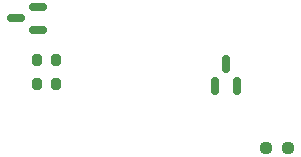
<source format=gbr>
%TF.GenerationSoftware,KiCad,Pcbnew,(6.0.1)*%
%TF.CreationDate,2022-02-14T12:04:18-05:00*%
%TF.ProjectId,pacman,7061636d-616e-42e6-9b69-6361645f7063,rev?*%
%TF.SameCoordinates,Original*%
%TF.FileFunction,Paste,Top*%
%TF.FilePolarity,Positive*%
%FSLAX46Y46*%
G04 Gerber Fmt 4.6, Leading zero omitted, Abs format (unit mm)*
G04 Created by KiCad (PCBNEW (6.0.1)) date 2022-02-14 12:04:18*
%MOMM*%
%LPD*%
G01*
G04 APERTURE LIST*
G04 Aperture macros list*
%AMRoundRect*
0 Rectangle with rounded corners*
0 $1 Rounding radius*
0 $2 $3 $4 $5 $6 $7 $8 $9 X,Y pos of 4 corners*
0 Add a 4 corners polygon primitive as box body*
4,1,4,$2,$3,$4,$5,$6,$7,$8,$9,$2,$3,0*
0 Add four circle primitives for the rounded corners*
1,1,$1+$1,$2,$3*
1,1,$1+$1,$4,$5*
1,1,$1+$1,$6,$7*
1,1,$1+$1,$8,$9*
0 Add four rect primitives between the rounded corners*
20,1,$1+$1,$2,$3,$4,$5,0*
20,1,$1+$1,$4,$5,$6,$7,0*
20,1,$1+$1,$6,$7,$8,$9,0*
20,1,$1+$1,$8,$9,$2,$3,0*%
G04 Aperture macros list end*
%ADD10RoundRect,0.237500X0.250000X0.237500X-0.250000X0.237500X-0.250000X-0.237500X0.250000X-0.237500X0*%
%ADD11RoundRect,0.150000X0.587500X0.150000X-0.587500X0.150000X-0.587500X-0.150000X0.587500X-0.150000X0*%
%ADD12RoundRect,0.200000X-0.200000X-0.275000X0.200000X-0.275000X0.200000X0.275000X-0.200000X0.275000X0*%
%ADD13RoundRect,0.150000X0.150000X-0.587500X0.150000X0.587500X-0.150000X0.587500X-0.150000X-0.587500X0*%
G04 APERTURE END LIST*
D10*
%TO.C,R2*%
X193088900Y-89814400D03*
X191263900Y-89814400D03*
%TD*%
D11*
%TO.C,Q2*%
X171928000Y-79817000D03*
X171928000Y-77917000D03*
X170053000Y-78867000D03*
%TD*%
D12*
%TO.C,R5*%
X171831000Y-82423000D03*
X173481000Y-82423000D03*
%TD*%
D13*
%TO.C,D5*%
X186883000Y-84630500D03*
X188783000Y-84630500D03*
X187833000Y-82755500D03*
%TD*%
D12*
%TO.C,R6*%
X171831000Y-84455000D03*
X173481000Y-84455000D03*
%TD*%
M02*

</source>
